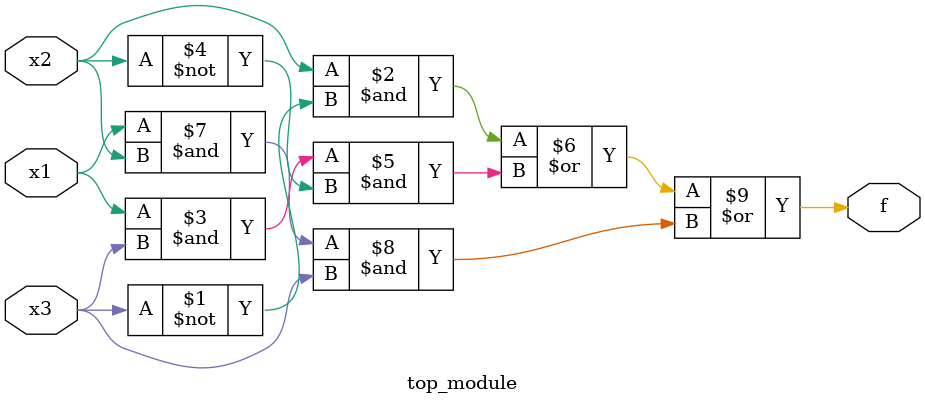
<source format=sv>
module top_module (
    input x3,
    input x2,
    input x1,
    output f
);
    assign f = (x2 & ~x3) | (x1 & x3 & ~x2) | (x1 & x2 & x3);
endmodule

</source>
